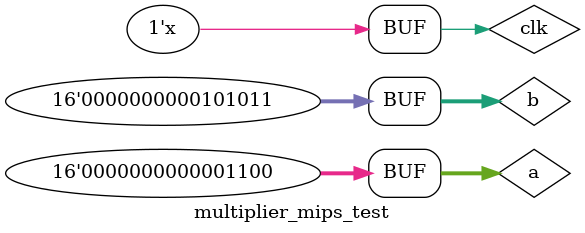
<source format=v>
`timescale 1ns / 1ps

module multiplier_mips_test;

	// Inputs
	reg clk;
	reg [15:0] a;
	reg [15:0] b;

	// Outputs
	wire [31:0] result;
	wire validity;

	// Instantiate the Unit Under Test (UUT)
	Multiplier uut (
		.clk(clk), 
		.a(a), 
		.b(b), 
		.result(result), 
		.validity(validity)
	);

	initial begin
		// Initialize Inputs
		clk = 0;
		a = 12;
		b = 43;
        
		// Add stimulus here

	end
      
	always #10 clk = ~clk;
		
endmodule


</source>
